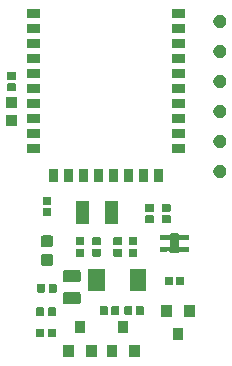
<source format=gbr>
G04 #@! TF.GenerationSoftware,KiCad,Pcbnew,(5.1.2-1)-1*
G04 #@! TF.CreationDate,2021-09-12T15:45:30+02:00*
G04 #@! TF.ProjectId,parasite,70617261-7369-4746-952e-6b696361645f,1.2.0*
G04 #@! TF.SameCoordinates,Original*
G04 #@! TF.FileFunction,Soldermask,Top*
G04 #@! TF.FilePolarity,Negative*
%FSLAX46Y46*%
G04 Gerber Fmt 4.6, Leading zero omitted, Abs format (unit mm)*
G04 Created by KiCad (PCBNEW (5.1.2-1)-1) date 2021-09-12 15:45:30*
%MOMM*%
%LPD*%
G04 APERTURE LIST*
%ADD10C,0.100000*%
G04 APERTURE END LIST*
D10*
G36*
X69851000Y-60201000D02*
G01*
X68949000Y-60201000D01*
X68949000Y-59199000D01*
X69851000Y-59199000D01*
X69851000Y-60201000D01*
X69851000Y-60201000D01*
G37*
G36*
X67951000Y-60201000D02*
G01*
X67049000Y-60201000D01*
X67049000Y-59199000D01*
X67951000Y-59199000D01*
X67951000Y-60201000D01*
X67951000Y-60201000D01*
G37*
G36*
X66201000Y-60201000D02*
G01*
X65299000Y-60201000D01*
X65299000Y-59199000D01*
X66201000Y-59199000D01*
X66201000Y-60201000D01*
X66201000Y-60201000D01*
G37*
G36*
X64301000Y-60201000D02*
G01*
X63399000Y-60201000D01*
X63399000Y-59199000D01*
X64301000Y-59199000D01*
X64301000Y-60201000D01*
X64301000Y-60201000D01*
G37*
G36*
X73551000Y-58801000D02*
G01*
X72649000Y-58801000D01*
X72649000Y-57799000D01*
X73551000Y-57799000D01*
X73551000Y-58801000D01*
X73551000Y-58801000D01*
G37*
G36*
X62656938Y-57831716D02*
G01*
X62677557Y-57837971D01*
X62696553Y-57848124D01*
X62713208Y-57861792D01*
X62726876Y-57878447D01*
X62737029Y-57897443D01*
X62743284Y-57918062D01*
X62746000Y-57945640D01*
X62746000Y-58454360D01*
X62743284Y-58481938D01*
X62737029Y-58502557D01*
X62726876Y-58521553D01*
X62713208Y-58538208D01*
X62696553Y-58551876D01*
X62677557Y-58562029D01*
X62656938Y-58568284D01*
X62629360Y-58571000D01*
X62170640Y-58571000D01*
X62143062Y-58568284D01*
X62122443Y-58562029D01*
X62103447Y-58551876D01*
X62086792Y-58538208D01*
X62073124Y-58521553D01*
X62062971Y-58502557D01*
X62056716Y-58481938D01*
X62054000Y-58454360D01*
X62054000Y-57945640D01*
X62056716Y-57918062D01*
X62062971Y-57897443D01*
X62073124Y-57878447D01*
X62086792Y-57861792D01*
X62103447Y-57848124D01*
X62122443Y-57837971D01*
X62143062Y-57831716D01*
X62170640Y-57829000D01*
X62629360Y-57829000D01*
X62656938Y-57831716D01*
X62656938Y-57831716D01*
G37*
G36*
X61686938Y-57831716D02*
G01*
X61707557Y-57837971D01*
X61726553Y-57848124D01*
X61743208Y-57861792D01*
X61756876Y-57878447D01*
X61767029Y-57897443D01*
X61773284Y-57918062D01*
X61776000Y-57945640D01*
X61776000Y-58454360D01*
X61773284Y-58481938D01*
X61767029Y-58502557D01*
X61756876Y-58521553D01*
X61743208Y-58538208D01*
X61726553Y-58551876D01*
X61707557Y-58562029D01*
X61686938Y-58568284D01*
X61659360Y-58571000D01*
X61200640Y-58571000D01*
X61173062Y-58568284D01*
X61152443Y-58562029D01*
X61133447Y-58551876D01*
X61116792Y-58538208D01*
X61103124Y-58521553D01*
X61092971Y-58502557D01*
X61086716Y-58481938D01*
X61084000Y-58454360D01*
X61084000Y-57945640D01*
X61086716Y-57918062D01*
X61092971Y-57897443D01*
X61103124Y-57878447D01*
X61116792Y-57861792D01*
X61133447Y-57848124D01*
X61152443Y-57837971D01*
X61173062Y-57831716D01*
X61200640Y-57829000D01*
X61659360Y-57829000D01*
X61686938Y-57831716D01*
X61686938Y-57831716D01*
G37*
G36*
X65251000Y-58201000D02*
G01*
X64349000Y-58201000D01*
X64349000Y-57199000D01*
X65251000Y-57199000D01*
X65251000Y-58201000D01*
X65251000Y-58201000D01*
G37*
G36*
X68901000Y-58201000D02*
G01*
X67999000Y-58201000D01*
X67999000Y-57199000D01*
X68901000Y-57199000D01*
X68901000Y-58201000D01*
X68901000Y-58201000D01*
G37*
G36*
X74501000Y-56801000D02*
G01*
X73599000Y-56801000D01*
X73599000Y-55799000D01*
X74501000Y-55799000D01*
X74501000Y-56801000D01*
X74501000Y-56801000D01*
G37*
G36*
X72601000Y-56801000D02*
G01*
X71699000Y-56801000D01*
X71699000Y-55799000D01*
X72601000Y-55799000D01*
X72601000Y-56801000D01*
X72601000Y-56801000D01*
G37*
G36*
X62656938Y-56031716D02*
G01*
X62677557Y-56037971D01*
X62696553Y-56048124D01*
X62713208Y-56061792D01*
X62726876Y-56078447D01*
X62737029Y-56097443D01*
X62743284Y-56118062D01*
X62746000Y-56145640D01*
X62746000Y-56654360D01*
X62743284Y-56681938D01*
X62737029Y-56702557D01*
X62726876Y-56721553D01*
X62713208Y-56738208D01*
X62696553Y-56751876D01*
X62677557Y-56762029D01*
X62656938Y-56768284D01*
X62629360Y-56771000D01*
X62170640Y-56771000D01*
X62143062Y-56768284D01*
X62122443Y-56762029D01*
X62103447Y-56751876D01*
X62086792Y-56738208D01*
X62073124Y-56721553D01*
X62062971Y-56702557D01*
X62056716Y-56681938D01*
X62054000Y-56654360D01*
X62054000Y-56145640D01*
X62056716Y-56118062D01*
X62062971Y-56097443D01*
X62073124Y-56078447D01*
X62086792Y-56061792D01*
X62103447Y-56048124D01*
X62122443Y-56037971D01*
X62143062Y-56031716D01*
X62170640Y-56029000D01*
X62629360Y-56029000D01*
X62656938Y-56031716D01*
X62656938Y-56031716D01*
G37*
G36*
X61686938Y-56031716D02*
G01*
X61707557Y-56037971D01*
X61726553Y-56048124D01*
X61743208Y-56061792D01*
X61756876Y-56078447D01*
X61767029Y-56097443D01*
X61773284Y-56118062D01*
X61776000Y-56145640D01*
X61776000Y-56654360D01*
X61773284Y-56681938D01*
X61767029Y-56702557D01*
X61756876Y-56721553D01*
X61743208Y-56738208D01*
X61726553Y-56751876D01*
X61707557Y-56762029D01*
X61686938Y-56768284D01*
X61659360Y-56771000D01*
X61200640Y-56771000D01*
X61173062Y-56768284D01*
X61152443Y-56762029D01*
X61133447Y-56751876D01*
X61116792Y-56738208D01*
X61103124Y-56721553D01*
X61092971Y-56702557D01*
X61086716Y-56681938D01*
X61084000Y-56654360D01*
X61084000Y-56145640D01*
X61086716Y-56118062D01*
X61092971Y-56097443D01*
X61103124Y-56078447D01*
X61116792Y-56061792D01*
X61133447Y-56048124D01*
X61152443Y-56037971D01*
X61173062Y-56031716D01*
X61200640Y-56029000D01*
X61659360Y-56029000D01*
X61686938Y-56031716D01*
X61686938Y-56031716D01*
G37*
G36*
X70126938Y-55931716D02*
G01*
X70147557Y-55937971D01*
X70166553Y-55948124D01*
X70183208Y-55961792D01*
X70196876Y-55978447D01*
X70207029Y-55997443D01*
X70213284Y-56018062D01*
X70216000Y-56045640D01*
X70216000Y-56554360D01*
X70213284Y-56581938D01*
X70207029Y-56602557D01*
X70196876Y-56621553D01*
X70183208Y-56638208D01*
X70166553Y-56651876D01*
X70147557Y-56662029D01*
X70126938Y-56668284D01*
X70099360Y-56671000D01*
X69640640Y-56671000D01*
X69613062Y-56668284D01*
X69592443Y-56662029D01*
X69573447Y-56651876D01*
X69556792Y-56638208D01*
X69543124Y-56621553D01*
X69532971Y-56602557D01*
X69526716Y-56581938D01*
X69524000Y-56554360D01*
X69524000Y-56045640D01*
X69526716Y-56018062D01*
X69532971Y-55997443D01*
X69543124Y-55978447D01*
X69556792Y-55961792D01*
X69573447Y-55948124D01*
X69592443Y-55937971D01*
X69613062Y-55931716D01*
X69640640Y-55929000D01*
X70099360Y-55929000D01*
X70126938Y-55931716D01*
X70126938Y-55931716D01*
G37*
G36*
X69156938Y-55931716D02*
G01*
X69177557Y-55937971D01*
X69196553Y-55948124D01*
X69213208Y-55961792D01*
X69226876Y-55978447D01*
X69237029Y-55997443D01*
X69243284Y-56018062D01*
X69246000Y-56045640D01*
X69246000Y-56554360D01*
X69243284Y-56581938D01*
X69237029Y-56602557D01*
X69226876Y-56621553D01*
X69213208Y-56638208D01*
X69196553Y-56651876D01*
X69177557Y-56662029D01*
X69156938Y-56668284D01*
X69129360Y-56671000D01*
X68670640Y-56671000D01*
X68643062Y-56668284D01*
X68622443Y-56662029D01*
X68603447Y-56651876D01*
X68586792Y-56638208D01*
X68573124Y-56621553D01*
X68562971Y-56602557D01*
X68556716Y-56581938D01*
X68554000Y-56554360D01*
X68554000Y-56045640D01*
X68556716Y-56018062D01*
X68562971Y-55997443D01*
X68573124Y-55978447D01*
X68586792Y-55961792D01*
X68603447Y-55948124D01*
X68622443Y-55937971D01*
X68643062Y-55931716D01*
X68670640Y-55929000D01*
X69129360Y-55929000D01*
X69156938Y-55931716D01*
X69156938Y-55931716D01*
G37*
G36*
X68041938Y-55931716D02*
G01*
X68062557Y-55937971D01*
X68081553Y-55948124D01*
X68098208Y-55961792D01*
X68111876Y-55978447D01*
X68122029Y-55997443D01*
X68128284Y-56018062D01*
X68131000Y-56045640D01*
X68131000Y-56554360D01*
X68128284Y-56581938D01*
X68122029Y-56602557D01*
X68111876Y-56621553D01*
X68098208Y-56638208D01*
X68081553Y-56651876D01*
X68062557Y-56662029D01*
X68041938Y-56668284D01*
X68014360Y-56671000D01*
X67555640Y-56671000D01*
X67528062Y-56668284D01*
X67507443Y-56662029D01*
X67488447Y-56651876D01*
X67471792Y-56638208D01*
X67458124Y-56621553D01*
X67447971Y-56602557D01*
X67441716Y-56581938D01*
X67439000Y-56554360D01*
X67439000Y-56045640D01*
X67441716Y-56018062D01*
X67447971Y-55997443D01*
X67458124Y-55978447D01*
X67471792Y-55961792D01*
X67488447Y-55948124D01*
X67507443Y-55937971D01*
X67528062Y-55931716D01*
X67555640Y-55929000D01*
X68014360Y-55929000D01*
X68041938Y-55931716D01*
X68041938Y-55931716D01*
G37*
G36*
X67071938Y-55931716D02*
G01*
X67092557Y-55937971D01*
X67111553Y-55948124D01*
X67128208Y-55961792D01*
X67141876Y-55978447D01*
X67152029Y-55997443D01*
X67158284Y-56018062D01*
X67161000Y-56045640D01*
X67161000Y-56554360D01*
X67158284Y-56581938D01*
X67152029Y-56602557D01*
X67141876Y-56621553D01*
X67128208Y-56638208D01*
X67111553Y-56651876D01*
X67092557Y-56662029D01*
X67071938Y-56668284D01*
X67044360Y-56671000D01*
X66585640Y-56671000D01*
X66558062Y-56668284D01*
X66537443Y-56662029D01*
X66518447Y-56651876D01*
X66501792Y-56638208D01*
X66488124Y-56621553D01*
X66477971Y-56602557D01*
X66471716Y-56581938D01*
X66469000Y-56554360D01*
X66469000Y-56045640D01*
X66471716Y-56018062D01*
X66477971Y-55997443D01*
X66488124Y-55978447D01*
X66501792Y-55961792D01*
X66518447Y-55948124D01*
X66537443Y-55937971D01*
X66558062Y-55931716D01*
X66585640Y-55929000D01*
X67044360Y-55929000D01*
X67071938Y-55931716D01*
X67071938Y-55931716D01*
G37*
G36*
X64684468Y-54703565D02*
G01*
X64723138Y-54715296D01*
X64758777Y-54734346D01*
X64790017Y-54759983D01*
X64815654Y-54791223D01*
X64834704Y-54826862D01*
X64846435Y-54865532D01*
X64851000Y-54911888D01*
X64851000Y-55563112D01*
X64846435Y-55609468D01*
X64834704Y-55648138D01*
X64815654Y-55683777D01*
X64790017Y-55715017D01*
X64758777Y-55740654D01*
X64723138Y-55759704D01*
X64684468Y-55771435D01*
X64638112Y-55776000D01*
X63561888Y-55776000D01*
X63515532Y-55771435D01*
X63476862Y-55759704D01*
X63441223Y-55740654D01*
X63409983Y-55715017D01*
X63384346Y-55683777D01*
X63365296Y-55648138D01*
X63353565Y-55609468D01*
X63349000Y-55563112D01*
X63349000Y-54911888D01*
X63353565Y-54865532D01*
X63365296Y-54826862D01*
X63384346Y-54791223D01*
X63409983Y-54759983D01*
X63441223Y-54734346D01*
X63476862Y-54715296D01*
X63515532Y-54703565D01*
X63561888Y-54699000D01*
X64638112Y-54699000D01*
X64684468Y-54703565D01*
X64684468Y-54703565D01*
G37*
G36*
X62741938Y-54031716D02*
G01*
X62762557Y-54037971D01*
X62781553Y-54048124D01*
X62798208Y-54061792D01*
X62811876Y-54078447D01*
X62822029Y-54097443D01*
X62828284Y-54118062D01*
X62831000Y-54145640D01*
X62831000Y-54654360D01*
X62828284Y-54681938D01*
X62822029Y-54702557D01*
X62811876Y-54721553D01*
X62798208Y-54738208D01*
X62781553Y-54751876D01*
X62762557Y-54762029D01*
X62741938Y-54768284D01*
X62714360Y-54771000D01*
X62255640Y-54771000D01*
X62228062Y-54768284D01*
X62207443Y-54762029D01*
X62188447Y-54751876D01*
X62171792Y-54738208D01*
X62158124Y-54721553D01*
X62147971Y-54702557D01*
X62141716Y-54681938D01*
X62139000Y-54654360D01*
X62139000Y-54145640D01*
X62141716Y-54118062D01*
X62147971Y-54097443D01*
X62158124Y-54078447D01*
X62171792Y-54061792D01*
X62188447Y-54048124D01*
X62207443Y-54037971D01*
X62228062Y-54031716D01*
X62255640Y-54029000D01*
X62714360Y-54029000D01*
X62741938Y-54031716D01*
X62741938Y-54031716D01*
G37*
G36*
X61771938Y-54031716D02*
G01*
X61792557Y-54037971D01*
X61811553Y-54048124D01*
X61828208Y-54061792D01*
X61841876Y-54078447D01*
X61852029Y-54097443D01*
X61858284Y-54118062D01*
X61861000Y-54145640D01*
X61861000Y-54654360D01*
X61858284Y-54681938D01*
X61852029Y-54702557D01*
X61841876Y-54721553D01*
X61828208Y-54738208D01*
X61811553Y-54751876D01*
X61792557Y-54762029D01*
X61771938Y-54768284D01*
X61744360Y-54771000D01*
X61285640Y-54771000D01*
X61258062Y-54768284D01*
X61237443Y-54762029D01*
X61218447Y-54751876D01*
X61201792Y-54738208D01*
X61188124Y-54721553D01*
X61177971Y-54702557D01*
X61171716Y-54681938D01*
X61169000Y-54654360D01*
X61169000Y-54145640D01*
X61171716Y-54118062D01*
X61177971Y-54097443D01*
X61188124Y-54078447D01*
X61201792Y-54061792D01*
X61218447Y-54048124D01*
X61237443Y-54037971D01*
X61258062Y-54031716D01*
X61285640Y-54029000D01*
X61744360Y-54029000D01*
X61771938Y-54031716D01*
X61771938Y-54031716D01*
G37*
G36*
X70401000Y-54601000D02*
G01*
X68999000Y-54601000D01*
X68999000Y-52799000D01*
X70401000Y-52799000D01*
X70401000Y-54601000D01*
X70401000Y-54601000D01*
G37*
G36*
X66901000Y-54601000D02*
G01*
X65499000Y-54601000D01*
X65499000Y-52799000D01*
X66901000Y-52799000D01*
X66901000Y-54601000D01*
X66901000Y-54601000D01*
G37*
G36*
X72586938Y-53431716D02*
G01*
X72607557Y-53437971D01*
X72626553Y-53448124D01*
X72643208Y-53461792D01*
X72656876Y-53478447D01*
X72667029Y-53497443D01*
X72673284Y-53518062D01*
X72676000Y-53545640D01*
X72676000Y-54054360D01*
X72673284Y-54081938D01*
X72667029Y-54102557D01*
X72656876Y-54121553D01*
X72643208Y-54138208D01*
X72626553Y-54151876D01*
X72607557Y-54162029D01*
X72586938Y-54168284D01*
X72559360Y-54171000D01*
X72100640Y-54171000D01*
X72073062Y-54168284D01*
X72052443Y-54162029D01*
X72033447Y-54151876D01*
X72016792Y-54138208D01*
X72003124Y-54121553D01*
X71992971Y-54102557D01*
X71986716Y-54081938D01*
X71984000Y-54054360D01*
X71984000Y-53545640D01*
X71986716Y-53518062D01*
X71992971Y-53497443D01*
X72003124Y-53478447D01*
X72016792Y-53461792D01*
X72033447Y-53448124D01*
X72052443Y-53437971D01*
X72073062Y-53431716D01*
X72100640Y-53429000D01*
X72559360Y-53429000D01*
X72586938Y-53431716D01*
X72586938Y-53431716D01*
G37*
G36*
X73556938Y-53431716D02*
G01*
X73577557Y-53437971D01*
X73596553Y-53448124D01*
X73613208Y-53461792D01*
X73626876Y-53478447D01*
X73637029Y-53497443D01*
X73643284Y-53518062D01*
X73646000Y-53545640D01*
X73646000Y-54054360D01*
X73643284Y-54081938D01*
X73637029Y-54102557D01*
X73626876Y-54121553D01*
X73613208Y-54138208D01*
X73596553Y-54151876D01*
X73577557Y-54162029D01*
X73556938Y-54168284D01*
X73529360Y-54171000D01*
X73070640Y-54171000D01*
X73043062Y-54168284D01*
X73022443Y-54162029D01*
X73003447Y-54151876D01*
X72986792Y-54138208D01*
X72973124Y-54121553D01*
X72962971Y-54102557D01*
X72956716Y-54081938D01*
X72954000Y-54054360D01*
X72954000Y-53545640D01*
X72956716Y-53518062D01*
X72962971Y-53497443D01*
X72973124Y-53478447D01*
X72986792Y-53461792D01*
X73003447Y-53448124D01*
X73022443Y-53437971D01*
X73043062Y-53431716D01*
X73070640Y-53429000D01*
X73529360Y-53429000D01*
X73556938Y-53431716D01*
X73556938Y-53431716D01*
G37*
G36*
X64684468Y-52828565D02*
G01*
X64723138Y-52840296D01*
X64758777Y-52859346D01*
X64790017Y-52884983D01*
X64815654Y-52916223D01*
X64834704Y-52951862D01*
X64846435Y-52990532D01*
X64851000Y-53036888D01*
X64851000Y-53688112D01*
X64846435Y-53734468D01*
X64834704Y-53773138D01*
X64815654Y-53808777D01*
X64790017Y-53840017D01*
X64758777Y-53865654D01*
X64723138Y-53884704D01*
X64684468Y-53896435D01*
X64638112Y-53901000D01*
X63561888Y-53901000D01*
X63515532Y-53896435D01*
X63476862Y-53884704D01*
X63441223Y-53865654D01*
X63409983Y-53840017D01*
X63384346Y-53808777D01*
X63365296Y-53773138D01*
X63353565Y-53734468D01*
X63349000Y-53688112D01*
X63349000Y-53036888D01*
X63353565Y-52990532D01*
X63365296Y-52951862D01*
X63384346Y-52916223D01*
X63409983Y-52884983D01*
X63441223Y-52859346D01*
X63476862Y-52840296D01*
X63515532Y-52828565D01*
X63561888Y-52824000D01*
X64638112Y-52824000D01*
X64684468Y-52828565D01*
X64684468Y-52828565D01*
G37*
G36*
X62379591Y-51515585D02*
G01*
X62413569Y-51525893D01*
X62444890Y-51542634D01*
X62472339Y-51565161D01*
X62494866Y-51592610D01*
X62511607Y-51623931D01*
X62521915Y-51657909D01*
X62526000Y-51699390D01*
X62526000Y-52300610D01*
X62521915Y-52342091D01*
X62511607Y-52376069D01*
X62494866Y-52407390D01*
X62472339Y-52434839D01*
X62444890Y-52457366D01*
X62413569Y-52474107D01*
X62379591Y-52484415D01*
X62338110Y-52488500D01*
X61661890Y-52488500D01*
X61620409Y-52484415D01*
X61586431Y-52474107D01*
X61555110Y-52457366D01*
X61527661Y-52434839D01*
X61505134Y-52407390D01*
X61488393Y-52376069D01*
X61478085Y-52342091D01*
X61474000Y-52300610D01*
X61474000Y-51699390D01*
X61478085Y-51657909D01*
X61488393Y-51623931D01*
X61505134Y-51592610D01*
X61527661Y-51565161D01*
X61555110Y-51542634D01*
X61586431Y-51525893D01*
X61620409Y-51515585D01*
X61661890Y-51511500D01*
X62338110Y-51511500D01*
X62379591Y-51515585D01*
X62379591Y-51515585D01*
G37*
G36*
X69581938Y-51056716D02*
G01*
X69602557Y-51062971D01*
X69621553Y-51073124D01*
X69638208Y-51086792D01*
X69651876Y-51103447D01*
X69662029Y-51122443D01*
X69668284Y-51143062D01*
X69671000Y-51170640D01*
X69671000Y-51629360D01*
X69668284Y-51656938D01*
X69662029Y-51677557D01*
X69651876Y-51696553D01*
X69638208Y-51713208D01*
X69621553Y-51726876D01*
X69602557Y-51737029D01*
X69581938Y-51743284D01*
X69554360Y-51746000D01*
X69045640Y-51746000D01*
X69018062Y-51743284D01*
X68997443Y-51737029D01*
X68978447Y-51726876D01*
X68961792Y-51713208D01*
X68948124Y-51696553D01*
X68937971Y-51677557D01*
X68931716Y-51656938D01*
X68929000Y-51629360D01*
X68929000Y-51170640D01*
X68931716Y-51143062D01*
X68937971Y-51122443D01*
X68948124Y-51103447D01*
X68961792Y-51086792D01*
X68978447Y-51073124D01*
X68997443Y-51062971D01*
X69018062Y-51056716D01*
X69045640Y-51054000D01*
X69554360Y-51054000D01*
X69581938Y-51056716D01*
X69581938Y-51056716D01*
G37*
G36*
X68281938Y-51056716D02*
G01*
X68302557Y-51062971D01*
X68321553Y-51073124D01*
X68338208Y-51086792D01*
X68351876Y-51103447D01*
X68362029Y-51122443D01*
X68368284Y-51143062D01*
X68371000Y-51170640D01*
X68371000Y-51629360D01*
X68368284Y-51656938D01*
X68362029Y-51677557D01*
X68351876Y-51696553D01*
X68338208Y-51713208D01*
X68321553Y-51726876D01*
X68302557Y-51737029D01*
X68281938Y-51743284D01*
X68254360Y-51746000D01*
X67745640Y-51746000D01*
X67718062Y-51743284D01*
X67697443Y-51737029D01*
X67678447Y-51726876D01*
X67661792Y-51713208D01*
X67648124Y-51696553D01*
X67637971Y-51677557D01*
X67631716Y-51656938D01*
X67629000Y-51629360D01*
X67629000Y-51170640D01*
X67631716Y-51143062D01*
X67637971Y-51122443D01*
X67648124Y-51103447D01*
X67661792Y-51086792D01*
X67678447Y-51073124D01*
X67697443Y-51062971D01*
X67718062Y-51056716D01*
X67745640Y-51054000D01*
X68254360Y-51054000D01*
X68281938Y-51056716D01*
X68281938Y-51056716D01*
G37*
G36*
X66481938Y-51056716D02*
G01*
X66502557Y-51062971D01*
X66521553Y-51073124D01*
X66538208Y-51086792D01*
X66551876Y-51103447D01*
X66562029Y-51122443D01*
X66568284Y-51143062D01*
X66571000Y-51170640D01*
X66571000Y-51629360D01*
X66568284Y-51656938D01*
X66562029Y-51677557D01*
X66551876Y-51696553D01*
X66538208Y-51713208D01*
X66521553Y-51726876D01*
X66502557Y-51737029D01*
X66481938Y-51743284D01*
X66454360Y-51746000D01*
X65945640Y-51746000D01*
X65918062Y-51743284D01*
X65897443Y-51737029D01*
X65878447Y-51726876D01*
X65861792Y-51713208D01*
X65848124Y-51696553D01*
X65837971Y-51677557D01*
X65831716Y-51656938D01*
X65829000Y-51629360D01*
X65829000Y-51170640D01*
X65831716Y-51143062D01*
X65837971Y-51122443D01*
X65848124Y-51103447D01*
X65861792Y-51086792D01*
X65878447Y-51073124D01*
X65897443Y-51062971D01*
X65918062Y-51056716D01*
X65945640Y-51054000D01*
X66454360Y-51054000D01*
X66481938Y-51056716D01*
X66481938Y-51056716D01*
G37*
G36*
X65081938Y-51056716D02*
G01*
X65102557Y-51062971D01*
X65121553Y-51073124D01*
X65138208Y-51086792D01*
X65151876Y-51103447D01*
X65162029Y-51122443D01*
X65168284Y-51143062D01*
X65171000Y-51170640D01*
X65171000Y-51629360D01*
X65168284Y-51656938D01*
X65162029Y-51677557D01*
X65151876Y-51696553D01*
X65138208Y-51713208D01*
X65121553Y-51726876D01*
X65102557Y-51737029D01*
X65081938Y-51743284D01*
X65054360Y-51746000D01*
X64545640Y-51746000D01*
X64518062Y-51743284D01*
X64497443Y-51737029D01*
X64478447Y-51726876D01*
X64461792Y-51713208D01*
X64448124Y-51696553D01*
X64437971Y-51677557D01*
X64431716Y-51656938D01*
X64429000Y-51629360D01*
X64429000Y-51170640D01*
X64431716Y-51143062D01*
X64437971Y-51122443D01*
X64448124Y-51103447D01*
X64461792Y-51086792D01*
X64478447Y-51073124D01*
X64497443Y-51062971D01*
X64518062Y-51056716D01*
X64545640Y-51054000D01*
X65054360Y-51054000D01*
X65081938Y-51056716D01*
X65081938Y-51056716D01*
G37*
G36*
X73089802Y-49752244D02*
G01*
X73115579Y-49760064D01*
X73139333Y-49772761D01*
X73160153Y-49789847D01*
X73177239Y-49810667D01*
X73189936Y-49834422D01*
X73194717Y-49850180D01*
X73204095Y-49872819D01*
X73217709Y-49893193D01*
X73235037Y-49910519D01*
X73255412Y-49924133D01*
X73278051Y-49933509D01*
X73302084Y-49938289D01*
X73326588Y-49938289D01*
X73350621Y-49933508D01*
X73373260Y-49924130D01*
X73393634Y-49910516D01*
X73410959Y-49893190D01*
X73414219Y-49889217D01*
X73421776Y-49883016D01*
X73430405Y-49878403D01*
X73439768Y-49875563D01*
X73455640Y-49874000D01*
X73994360Y-49874000D01*
X74010232Y-49875563D01*
X74019595Y-49878403D01*
X74028224Y-49883016D01*
X74035782Y-49889218D01*
X74041984Y-49896776D01*
X74046597Y-49905405D01*
X74049437Y-49914768D01*
X74051000Y-49930640D01*
X74051000Y-50269360D01*
X74049437Y-50285232D01*
X74046597Y-50294595D01*
X74041984Y-50303224D01*
X74035782Y-50310782D01*
X74028224Y-50316984D01*
X74019595Y-50321597D01*
X74010232Y-50324437D01*
X73994360Y-50326000D01*
X73455640Y-50326000D01*
X73439768Y-50324437D01*
X73430405Y-50321597D01*
X73421779Y-50316986D01*
X73405296Y-50303459D01*
X73384921Y-50289846D01*
X73362282Y-50280469D01*
X73338249Y-50275689D01*
X73313745Y-50275689D01*
X73289711Y-50280470D01*
X73267073Y-50289848D01*
X73246699Y-50303462D01*
X73229372Y-50320789D01*
X73215759Y-50341164D01*
X73206382Y-50363803D01*
X73201000Y-50400086D01*
X73201000Y-50799914D01*
X73203402Y-50824300D01*
X73210515Y-50847749D01*
X73222066Y-50869360D01*
X73237611Y-50888302D01*
X73256553Y-50903847D01*
X73278164Y-50915398D01*
X73301613Y-50922511D01*
X73325999Y-50924913D01*
X73350385Y-50922511D01*
X73373834Y-50915398D01*
X73405296Y-50896541D01*
X73421779Y-50883014D01*
X73430405Y-50878403D01*
X73439768Y-50875563D01*
X73455640Y-50874000D01*
X73994360Y-50874000D01*
X74010232Y-50875563D01*
X74019595Y-50878403D01*
X74028224Y-50883016D01*
X74035782Y-50889218D01*
X74041984Y-50896776D01*
X74046597Y-50905405D01*
X74049437Y-50914768D01*
X74051000Y-50930640D01*
X74051000Y-51269360D01*
X74049437Y-51285232D01*
X74046597Y-51294595D01*
X74041984Y-51303224D01*
X74035782Y-51310782D01*
X74028224Y-51316984D01*
X74019595Y-51321597D01*
X74010232Y-51324437D01*
X73994360Y-51326000D01*
X73455640Y-51326000D01*
X73439768Y-51324437D01*
X73430405Y-51321597D01*
X73421776Y-51316984D01*
X73414219Y-51310783D01*
X73410959Y-51306810D01*
X73393632Y-51289483D01*
X73373258Y-51275869D01*
X73350619Y-51266492D01*
X73326586Y-51261711D01*
X73302082Y-51261711D01*
X73278048Y-51266491D01*
X73255410Y-51275868D01*
X73235035Y-51289482D01*
X73217708Y-51306809D01*
X73204094Y-51327183D01*
X73194717Y-51349820D01*
X73189936Y-51365578D01*
X73177239Y-51389333D01*
X73160153Y-51410153D01*
X73139333Y-51427239D01*
X73115579Y-51439936D01*
X73089802Y-51447756D01*
X73056862Y-51451000D01*
X72543138Y-51451000D01*
X72510198Y-51447756D01*
X72484421Y-51439936D01*
X72460667Y-51427239D01*
X72439847Y-51410153D01*
X72422761Y-51389333D01*
X72410064Y-51365578D01*
X72405283Y-51349820D01*
X72395905Y-51327181D01*
X72382291Y-51306807D01*
X72364963Y-51289481D01*
X72344588Y-51275867D01*
X72321949Y-51266491D01*
X72297916Y-51261711D01*
X72273412Y-51261711D01*
X72249379Y-51266492D01*
X72226740Y-51275870D01*
X72206366Y-51289484D01*
X72189041Y-51306810D01*
X72185781Y-51310783D01*
X72178224Y-51316984D01*
X72169595Y-51321597D01*
X72160232Y-51324437D01*
X72144360Y-51326000D01*
X71605640Y-51326000D01*
X71589768Y-51324437D01*
X71580405Y-51321597D01*
X71571776Y-51316984D01*
X71564218Y-51310782D01*
X71558016Y-51303224D01*
X71553403Y-51294595D01*
X71550563Y-51285232D01*
X71549000Y-51269360D01*
X71549000Y-50930640D01*
X71550563Y-50914768D01*
X71553403Y-50905405D01*
X71558016Y-50896776D01*
X71564218Y-50889218D01*
X71571776Y-50883016D01*
X71580405Y-50878403D01*
X71589768Y-50875563D01*
X71605640Y-50874000D01*
X72144360Y-50874000D01*
X72160232Y-50875563D01*
X72169595Y-50878403D01*
X72178221Y-50883014D01*
X72194704Y-50896541D01*
X72215079Y-50910154D01*
X72237718Y-50919531D01*
X72261751Y-50924311D01*
X72286255Y-50924311D01*
X72310289Y-50919530D01*
X72332927Y-50910152D01*
X72353301Y-50896538D01*
X72370628Y-50879211D01*
X72384241Y-50858836D01*
X72393618Y-50836197D01*
X72399000Y-50799914D01*
X72399000Y-50400086D01*
X72396598Y-50375700D01*
X72389485Y-50352251D01*
X72377934Y-50330640D01*
X72362389Y-50311698D01*
X72343447Y-50296153D01*
X72321836Y-50284602D01*
X72298387Y-50277489D01*
X72274001Y-50275087D01*
X72249615Y-50277489D01*
X72226166Y-50284602D01*
X72194704Y-50303459D01*
X72178221Y-50316986D01*
X72169595Y-50321597D01*
X72160232Y-50324437D01*
X72144360Y-50326000D01*
X71605640Y-50326000D01*
X71589768Y-50324437D01*
X71580405Y-50321597D01*
X71571776Y-50316984D01*
X71564218Y-50310782D01*
X71558016Y-50303224D01*
X71553403Y-50294595D01*
X71550563Y-50285232D01*
X71549000Y-50269360D01*
X71549000Y-49930640D01*
X71550563Y-49914768D01*
X71553403Y-49905405D01*
X71558016Y-49896776D01*
X71564218Y-49889218D01*
X71571776Y-49883016D01*
X71580405Y-49878403D01*
X71589768Y-49875563D01*
X71605640Y-49874000D01*
X72144360Y-49874000D01*
X72160232Y-49875563D01*
X72169595Y-49878403D01*
X72178224Y-49883016D01*
X72185781Y-49889217D01*
X72189041Y-49893190D01*
X72206368Y-49910517D01*
X72226742Y-49924131D01*
X72249381Y-49933508D01*
X72273414Y-49938289D01*
X72297918Y-49938289D01*
X72321952Y-49933509D01*
X72344590Y-49924132D01*
X72364965Y-49910518D01*
X72382292Y-49893191D01*
X72395906Y-49872817D01*
X72405283Y-49850180D01*
X72410064Y-49834422D01*
X72422761Y-49810667D01*
X72439847Y-49789847D01*
X72460667Y-49772761D01*
X72484421Y-49760064D01*
X72510198Y-49752244D01*
X72543138Y-49749000D01*
X73056862Y-49749000D01*
X73089802Y-49752244D01*
X73089802Y-49752244D01*
G37*
G36*
X62379591Y-49940585D02*
G01*
X62413569Y-49950893D01*
X62444890Y-49967634D01*
X62472339Y-49990161D01*
X62494866Y-50017610D01*
X62511607Y-50048931D01*
X62521915Y-50082909D01*
X62526000Y-50124390D01*
X62526000Y-50725610D01*
X62521915Y-50767091D01*
X62511607Y-50801069D01*
X62494866Y-50832390D01*
X62472339Y-50859839D01*
X62444890Y-50882366D01*
X62413569Y-50899107D01*
X62379591Y-50909415D01*
X62338110Y-50913500D01*
X61661890Y-50913500D01*
X61620409Y-50909415D01*
X61586431Y-50899107D01*
X61555110Y-50882366D01*
X61527661Y-50859839D01*
X61505134Y-50832390D01*
X61488393Y-50801069D01*
X61478085Y-50767091D01*
X61474000Y-50725610D01*
X61474000Y-50124390D01*
X61478085Y-50082909D01*
X61488393Y-50048931D01*
X61505134Y-50017610D01*
X61527661Y-49990161D01*
X61555110Y-49967634D01*
X61586431Y-49950893D01*
X61620409Y-49940585D01*
X61661890Y-49936500D01*
X62338110Y-49936500D01*
X62379591Y-49940585D01*
X62379591Y-49940585D01*
G37*
G36*
X69581938Y-50086716D02*
G01*
X69602557Y-50092971D01*
X69621553Y-50103124D01*
X69638208Y-50116792D01*
X69651876Y-50133447D01*
X69662029Y-50152443D01*
X69668284Y-50173062D01*
X69671000Y-50200640D01*
X69671000Y-50659360D01*
X69668284Y-50686938D01*
X69662029Y-50707557D01*
X69651876Y-50726553D01*
X69638208Y-50743208D01*
X69621553Y-50756876D01*
X69602557Y-50767029D01*
X69581938Y-50773284D01*
X69554360Y-50776000D01*
X69045640Y-50776000D01*
X69018062Y-50773284D01*
X68997443Y-50767029D01*
X68978447Y-50756876D01*
X68961792Y-50743208D01*
X68948124Y-50726553D01*
X68937971Y-50707557D01*
X68931716Y-50686938D01*
X68929000Y-50659360D01*
X68929000Y-50200640D01*
X68931716Y-50173062D01*
X68937971Y-50152443D01*
X68948124Y-50133447D01*
X68961792Y-50116792D01*
X68978447Y-50103124D01*
X68997443Y-50092971D01*
X69018062Y-50086716D01*
X69045640Y-50084000D01*
X69554360Y-50084000D01*
X69581938Y-50086716D01*
X69581938Y-50086716D01*
G37*
G36*
X68281938Y-50086716D02*
G01*
X68302557Y-50092971D01*
X68321553Y-50103124D01*
X68338208Y-50116792D01*
X68351876Y-50133447D01*
X68362029Y-50152443D01*
X68368284Y-50173062D01*
X68371000Y-50200640D01*
X68371000Y-50659360D01*
X68368284Y-50686938D01*
X68362029Y-50707557D01*
X68351876Y-50726553D01*
X68338208Y-50743208D01*
X68321553Y-50756876D01*
X68302557Y-50767029D01*
X68281938Y-50773284D01*
X68254360Y-50776000D01*
X67745640Y-50776000D01*
X67718062Y-50773284D01*
X67697443Y-50767029D01*
X67678447Y-50756876D01*
X67661792Y-50743208D01*
X67648124Y-50726553D01*
X67637971Y-50707557D01*
X67631716Y-50686938D01*
X67629000Y-50659360D01*
X67629000Y-50200640D01*
X67631716Y-50173062D01*
X67637971Y-50152443D01*
X67648124Y-50133447D01*
X67661792Y-50116792D01*
X67678447Y-50103124D01*
X67697443Y-50092971D01*
X67718062Y-50086716D01*
X67745640Y-50084000D01*
X68254360Y-50084000D01*
X68281938Y-50086716D01*
X68281938Y-50086716D01*
G37*
G36*
X66481938Y-50086716D02*
G01*
X66502557Y-50092971D01*
X66521553Y-50103124D01*
X66538208Y-50116792D01*
X66551876Y-50133447D01*
X66562029Y-50152443D01*
X66568284Y-50173062D01*
X66571000Y-50200640D01*
X66571000Y-50659360D01*
X66568284Y-50686938D01*
X66562029Y-50707557D01*
X66551876Y-50726553D01*
X66538208Y-50743208D01*
X66521553Y-50756876D01*
X66502557Y-50767029D01*
X66481938Y-50773284D01*
X66454360Y-50776000D01*
X65945640Y-50776000D01*
X65918062Y-50773284D01*
X65897443Y-50767029D01*
X65878447Y-50756876D01*
X65861792Y-50743208D01*
X65848124Y-50726553D01*
X65837971Y-50707557D01*
X65831716Y-50686938D01*
X65829000Y-50659360D01*
X65829000Y-50200640D01*
X65831716Y-50173062D01*
X65837971Y-50152443D01*
X65848124Y-50133447D01*
X65861792Y-50116792D01*
X65878447Y-50103124D01*
X65897443Y-50092971D01*
X65918062Y-50086716D01*
X65945640Y-50084000D01*
X66454360Y-50084000D01*
X66481938Y-50086716D01*
X66481938Y-50086716D01*
G37*
G36*
X65081938Y-50086716D02*
G01*
X65102557Y-50092971D01*
X65121553Y-50103124D01*
X65138208Y-50116792D01*
X65151876Y-50133447D01*
X65162029Y-50152443D01*
X65168284Y-50173062D01*
X65171000Y-50200640D01*
X65171000Y-50659360D01*
X65168284Y-50686938D01*
X65162029Y-50707557D01*
X65151876Y-50726553D01*
X65138208Y-50743208D01*
X65121553Y-50756876D01*
X65102557Y-50767029D01*
X65081938Y-50773284D01*
X65054360Y-50776000D01*
X64545640Y-50776000D01*
X64518062Y-50773284D01*
X64497443Y-50767029D01*
X64478447Y-50756876D01*
X64461792Y-50743208D01*
X64448124Y-50726553D01*
X64437971Y-50707557D01*
X64431716Y-50686938D01*
X64429000Y-50659360D01*
X64429000Y-50200640D01*
X64431716Y-50173062D01*
X64437971Y-50152443D01*
X64448124Y-50133447D01*
X64461792Y-50116792D01*
X64478447Y-50103124D01*
X64497443Y-50092971D01*
X64518062Y-50086716D01*
X64545640Y-50084000D01*
X65054360Y-50084000D01*
X65081938Y-50086716D01*
X65081938Y-50086716D01*
G37*
G36*
X65551000Y-48951000D02*
G01*
X64449000Y-48951000D01*
X64449000Y-47049000D01*
X65551000Y-47049000D01*
X65551000Y-48951000D01*
X65551000Y-48951000D01*
G37*
G36*
X68051000Y-48951000D02*
G01*
X66949000Y-48951000D01*
X66949000Y-47049000D01*
X68051000Y-47049000D01*
X68051000Y-48951000D01*
X68051000Y-48951000D01*
G37*
G36*
X70981938Y-48226716D02*
G01*
X71002557Y-48232971D01*
X71021553Y-48243124D01*
X71038208Y-48256792D01*
X71051876Y-48273447D01*
X71062029Y-48292443D01*
X71068284Y-48313062D01*
X71071000Y-48340640D01*
X71071000Y-48799360D01*
X71068284Y-48826938D01*
X71062029Y-48847557D01*
X71051876Y-48866553D01*
X71038208Y-48883208D01*
X71021553Y-48896876D01*
X71002557Y-48907029D01*
X70981938Y-48913284D01*
X70954360Y-48916000D01*
X70445640Y-48916000D01*
X70418062Y-48913284D01*
X70397443Y-48907029D01*
X70378447Y-48896876D01*
X70361792Y-48883208D01*
X70348124Y-48866553D01*
X70337971Y-48847557D01*
X70331716Y-48826938D01*
X70329000Y-48799360D01*
X70329000Y-48340640D01*
X70331716Y-48313062D01*
X70337971Y-48292443D01*
X70348124Y-48273447D01*
X70361792Y-48256792D01*
X70378447Y-48243124D01*
X70397443Y-48232971D01*
X70418062Y-48226716D01*
X70445640Y-48224000D01*
X70954360Y-48224000D01*
X70981938Y-48226716D01*
X70981938Y-48226716D01*
G37*
G36*
X72381938Y-48226716D02*
G01*
X72402557Y-48232971D01*
X72421553Y-48243124D01*
X72438208Y-48256792D01*
X72451876Y-48273447D01*
X72462029Y-48292443D01*
X72468284Y-48313062D01*
X72471000Y-48340640D01*
X72471000Y-48799360D01*
X72468284Y-48826938D01*
X72462029Y-48847557D01*
X72451876Y-48866553D01*
X72438208Y-48883208D01*
X72421553Y-48896876D01*
X72402557Y-48907029D01*
X72381938Y-48913284D01*
X72354360Y-48916000D01*
X71845640Y-48916000D01*
X71818062Y-48913284D01*
X71797443Y-48907029D01*
X71778447Y-48896876D01*
X71761792Y-48883208D01*
X71748124Y-48866553D01*
X71737971Y-48847557D01*
X71731716Y-48826938D01*
X71729000Y-48799360D01*
X71729000Y-48340640D01*
X71731716Y-48313062D01*
X71737971Y-48292443D01*
X71748124Y-48273447D01*
X71761792Y-48256792D01*
X71778447Y-48243124D01*
X71797443Y-48232971D01*
X71818062Y-48226716D01*
X71845640Y-48224000D01*
X72354360Y-48224000D01*
X72381938Y-48226716D01*
X72381938Y-48226716D01*
G37*
G36*
X62281938Y-47626716D02*
G01*
X62302557Y-47632971D01*
X62321553Y-47643124D01*
X62338208Y-47656792D01*
X62351876Y-47673447D01*
X62362029Y-47692443D01*
X62368284Y-47713062D01*
X62371000Y-47740640D01*
X62371000Y-48199360D01*
X62368284Y-48226938D01*
X62362029Y-48247557D01*
X62351876Y-48266553D01*
X62338208Y-48283208D01*
X62321553Y-48296876D01*
X62302557Y-48307029D01*
X62281938Y-48313284D01*
X62254360Y-48316000D01*
X61745640Y-48316000D01*
X61718062Y-48313284D01*
X61697443Y-48307029D01*
X61678447Y-48296876D01*
X61661792Y-48283208D01*
X61648124Y-48266553D01*
X61637971Y-48247557D01*
X61631716Y-48226938D01*
X61629000Y-48199360D01*
X61629000Y-47740640D01*
X61631716Y-47713062D01*
X61637971Y-47692443D01*
X61648124Y-47673447D01*
X61661792Y-47656792D01*
X61678447Y-47643124D01*
X61697443Y-47632971D01*
X61718062Y-47626716D01*
X61745640Y-47624000D01*
X62254360Y-47624000D01*
X62281938Y-47626716D01*
X62281938Y-47626716D01*
G37*
G36*
X70981938Y-47256716D02*
G01*
X71002557Y-47262971D01*
X71021553Y-47273124D01*
X71038208Y-47286792D01*
X71051876Y-47303447D01*
X71062029Y-47322443D01*
X71068284Y-47343062D01*
X71071000Y-47370640D01*
X71071000Y-47829360D01*
X71068284Y-47856938D01*
X71062029Y-47877557D01*
X71051876Y-47896553D01*
X71038208Y-47913208D01*
X71021553Y-47926876D01*
X71002557Y-47937029D01*
X70981938Y-47943284D01*
X70954360Y-47946000D01*
X70445640Y-47946000D01*
X70418062Y-47943284D01*
X70397443Y-47937029D01*
X70378447Y-47926876D01*
X70361792Y-47913208D01*
X70348124Y-47896553D01*
X70337971Y-47877557D01*
X70331716Y-47856938D01*
X70329000Y-47829360D01*
X70329000Y-47370640D01*
X70331716Y-47343062D01*
X70337971Y-47322443D01*
X70348124Y-47303447D01*
X70361792Y-47286792D01*
X70378447Y-47273124D01*
X70397443Y-47262971D01*
X70418062Y-47256716D01*
X70445640Y-47254000D01*
X70954360Y-47254000D01*
X70981938Y-47256716D01*
X70981938Y-47256716D01*
G37*
G36*
X72381938Y-47256716D02*
G01*
X72402557Y-47262971D01*
X72421553Y-47273124D01*
X72438208Y-47286792D01*
X72451876Y-47303447D01*
X72462029Y-47322443D01*
X72468284Y-47343062D01*
X72471000Y-47370640D01*
X72471000Y-47829360D01*
X72468284Y-47856938D01*
X72462029Y-47877557D01*
X72451876Y-47896553D01*
X72438208Y-47913208D01*
X72421553Y-47926876D01*
X72402557Y-47937029D01*
X72381938Y-47943284D01*
X72354360Y-47946000D01*
X71845640Y-47946000D01*
X71818062Y-47943284D01*
X71797443Y-47937029D01*
X71778447Y-47926876D01*
X71761792Y-47913208D01*
X71748124Y-47896553D01*
X71737971Y-47877557D01*
X71731716Y-47856938D01*
X71729000Y-47829360D01*
X71729000Y-47370640D01*
X71731716Y-47343062D01*
X71737971Y-47322443D01*
X71748124Y-47303447D01*
X71761792Y-47286792D01*
X71778447Y-47273124D01*
X71797443Y-47262971D01*
X71818062Y-47256716D01*
X71845640Y-47254000D01*
X72354360Y-47254000D01*
X72381938Y-47256716D01*
X72381938Y-47256716D01*
G37*
G36*
X62281938Y-46656716D02*
G01*
X62302557Y-46662971D01*
X62321553Y-46673124D01*
X62338208Y-46686792D01*
X62351876Y-46703447D01*
X62362029Y-46722443D01*
X62368284Y-46743062D01*
X62371000Y-46770640D01*
X62371000Y-47229360D01*
X62368284Y-47256938D01*
X62362029Y-47277557D01*
X62351876Y-47296553D01*
X62338208Y-47313208D01*
X62321553Y-47326876D01*
X62302557Y-47337029D01*
X62281938Y-47343284D01*
X62254360Y-47346000D01*
X61745640Y-47346000D01*
X61718062Y-47343284D01*
X61697443Y-47337029D01*
X61678447Y-47326876D01*
X61661792Y-47313208D01*
X61648124Y-47296553D01*
X61637971Y-47277557D01*
X61631716Y-47256938D01*
X61629000Y-47229360D01*
X61629000Y-46770640D01*
X61631716Y-46743062D01*
X61637971Y-46722443D01*
X61648124Y-46703447D01*
X61661792Y-46686792D01*
X61678447Y-46673124D01*
X61697443Y-46662971D01*
X61718062Y-46656716D01*
X61745640Y-46654000D01*
X62254360Y-46654000D01*
X62281938Y-46656716D01*
X62281938Y-46656716D01*
G37*
G36*
X67986000Y-45370000D02*
G01*
X67234000Y-45370000D01*
X67234000Y-44268000D01*
X67986000Y-44268000D01*
X67986000Y-45370000D01*
X67986000Y-45370000D01*
G37*
G36*
X71796000Y-45370000D02*
G01*
X71044000Y-45370000D01*
X71044000Y-44268000D01*
X71796000Y-44268000D01*
X71796000Y-45370000D01*
X71796000Y-45370000D01*
G37*
G36*
X70526000Y-45370000D02*
G01*
X69774000Y-45370000D01*
X69774000Y-44268000D01*
X70526000Y-44268000D01*
X70526000Y-45370000D01*
X70526000Y-45370000D01*
G37*
G36*
X69256000Y-45370000D02*
G01*
X68504000Y-45370000D01*
X68504000Y-44268000D01*
X69256000Y-44268000D01*
X69256000Y-45370000D01*
X69256000Y-45370000D01*
G37*
G36*
X62906000Y-45370000D02*
G01*
X62154000Y-45370000D01*
X62154000Y-44268000D01*
X62906000Y-44268000D01*
X62906000Y-45370000D01*
X62906000Y-45370000D01*
G37*
G36*
X64176000Y-45370000D02*
G01*
X63424000Y-45370000D01*
X63424000Y-44268000D01*
X64176000Y-44268000D01*
X64176000Y-45370000D01*
X64176000Y-45370000D01*
G37*
G36*
X65446000Y-45370000D02*
G01*
X64694000Y-45370000D01*
X64694000Y-44268000D01*
X65446000Y-44268000D01*
X65446000Y-45370000D01*
X65446000Y-45370000D01*
G37*
G36*
X66716000Y-45370000D02*
G01*
X65964000Y-45370000D01*
X65964000Y-44268000D01*
X66716000Y-44268000D01*
X66716000Y-45370000D01*
X66716000Y-45370000D01*
G37*
G36*
X76800721Y-43970174D02*
G01*
X76900995Y-44011709D01*
X76900996Y-44011710D01*
X76991242Y-44072010D01*
X77067990Y-44148758D01*
X77067991Y-44148760D01*
X77128291Y-44239005D01*
X77169826Y-44339279D01*
X77191000Y-44445730D01*
X77191000Y-44554270D01*
X77169826Y-44660721D01*
X77128291Y-44760995D01*
X77128290Y-44760996D01*
X77067990Y-44851242D01*
X76991242Y-44927990D01*
X76945812Y-44958345D01*
X76900995Y-44988291D01*
X76800721Y-45029826D01*
X76694270Y-45051000D01*
X76585730Y-45051000D01*
X76479279Y-45029826D01*
X76379005Y-44988291D01*
X76334188Y-44958345D01*
X76288758Y-44927990D01*
X76212010Y-44851242D01*
X76151710Y-44760996D01*
X76151709Y-44760995D01*
X76110174Y-44660721D01*
X76089000Y-44554270D01*
X76089000Y-44445730D01*
X76110174Y-44339279D01*
X76151709Y-44239005D01*
X76212009Y-44148760D01*
X76212010Y-44148758D01*
X76288758Y-44072010D01*
X76379004Y-44011710D01*
X76379005Y-44011709D01*
X76479279Y-43970174D01*
X76585730Y-43949000D01*
X76694270Y-43949000D01*
X76800721Y-43970174D01*
X76800721Y-43970174D01*
G37*
G36*
X61432000Y-42976000D02*
G01*
X60330000Y-42976000D01*
X60330000Y-42224000D01*
X61432000Y-42224000D01*
X61432000Y-42976000D01*
X61432000Y-42976000D01*
G37*
G36*
X73670000Y-42976000D02*
G01*
X72568000Y-42976000D01*
X72568000Y-42224000D01*
X73670000Y-42224000D01*
X73670000Y-42976000D01*
X73670000Y-42976000D01*
G37*
G36*
X76800721Y-41430174D02*
G01*
X76900995Y-41471709D01*
X76900996Y-41471710D01*
X76991242Y-41532010D01*
X77067990Y-41608758D01*
X77067991Y-41608760D01*
X77128291Y-41699005D01*
X77169826Y-41799279D01*
X77191000Y-41905730D01*
X77191000Y-42014270D01*
X77169826Y-42120721D01*
X77128291Y-42220995D01*
X77128290Y-42220996D01*
X77067990Y-42311242D01*
X76991242Y-42387990D01*
X76945812Y-42418345D01*
X76900995Y-42448291D01*
X76800721Y-42489826D01*
X76694270Y-42511000D01*
X76585730Y-42511000D01*
X76479279Y-42489826D01*
X76379005Y-42448291D01*
X76334188Y-42418345D01*
X76288758Y-42387990D01*
X76212010Y-42311242D01*
X76151710Y-42220996D01*
X76151709Y-42220995D01*
X76110174Y-42120721D01*
X76089000Y-42014270D01*
X76089000Y-41905730D01*
X76110174Y-41799279D01*
X76151709Y-41699005D01*
X76212009Y-41608760D01*
X76212010Y-41608758D01*
X76288758Y-41532010D01*
X76379004Y-41471710D01*
X76379005Y-41471709D01*
X76479279Y-41430174D01*
X76585730Y-41409000D01*
X76694270Y-41409000D01*
X76800721Y-41430174D01*
X76800721Y-41430174D01*
G37*
G36*
X73670000Y-41706000D02*
G01*
X72568000Y-41706000D01*
X72568000Y-40954000D01*
X73670000Y-40954000D01*
X73670000Y-41706000D01*
X73670000Y-41706000D01*
G37*
G36*
X61432000Y-41706000D02*
G01*
X60330000Y-41706000D01*
X60330000Y-40954000D01*
X61432000Y-40954000D01*
X61432000Y-41706000D01*
X61432000Y-41706000D01*
G37*
G36*
X59451000Y-40651000D02*
G01*
X58549000Y-40651000D01*
X58549000Y-39749000D01*
X59451000Y-39749000D01*
X59451000Y-40651000D01*
X59451000Y-40651000D01*
G37*
G36*
X73670000Y-40436000D02*
G01*
X72568000Y-40436000D01*
X72568000Y-39684000D01*
X73670000Y-39684000D01*
X73670000Y-40436000D01*
X73670000Y-40436000D01*
G37*
G36*
X61432000Y-40436000D02*
G01*
X60330000Y-40436000D01*
X60330000Y-39684000D01*
X61432000Y-39684000D01*
X61432000Y-40436000D01*
X61432000Y-40436000D01*
G37*
G36*
X76800721Y-38890174D02*
G01*
X76900995Y-38931709D01*
X76900996Y-38931710D01*
X76991242Y-38992010D01*
X77067990Y-39068758D01*
X77067991Y-39068760D01*
X77128291Y-39159005D01*
X77169826Y-39259279D01*
X77191000Y-39365730D01*
X77191000Y-39474270D01*
X77169826Y-39580721D01*
X77128291Y-39680995D01*
X77128290Y-39680996D01*
X77067990Y-39771242D01*
X76991242Y-39847990D01*
X76945812Y-39878345D01*
X76900995Y-39908291D01*
X76800721Y-39949826D01*
X76694270Y-39971000D01*
X76585730Y-39971000D01*
X76479279Y-39949826D01*
X76379005Y-39908291D01*
X76334188Y-39878345D01*
X76288758Y-39847990D01*
X76212010Y-39771242D01*
X76151710Y-39680996D01*
X76151709Y-39680995D01*
X76110174Y-39580721D01*
X76089000Y-39474270D01*
X76089000Y-39365730D01*
X76110174Y-39259279D01*
X76151709Y-39159005D01*
X76212009Y-39068760D01*
X76212010Y-39068758D01*
X76288758Y-38992010D01*
X76379004Y-38931710D01*
X76379005Y-38931709D01*
X76479279Y-38890174D01*
X76585730Y-38869000D01*
X76694270Y-38869000D01*
X76800721Y-38890174D01*
X76800721Y-38890174D01*
G37*
G36*
X73670000Y-39166000D02*
G01*
X72568000Y-39166000D01*
X72568000Y-38414000D01*
X73670000Y-38414000D01*
X73670000Y-39166000D01*
X73670000Y-39166000D01*
G37*
G36*
X61432000Y-39166000D02*
G01*
X60330000Y-39166000D01*
X60330000Y-38414000D01*
X61432000Y-38414000D01*
X61432000Y-39166000D01*
X61432000Y-39166000D01*
G37*
G36*
X59451000Y-39151000D02*
G01*
X58549000Y-39151000D01*
X58549000Y-38249000D01*
X59451000Y-38249000D01*
X59451000Y-39151000D01*
X59451000Y-39151000D01*
G37*
G36*
X73670000Y-37896000D02*
G01*
X72568000Y-37896000D01*
X72568000Y-37144000D01*
X73670000Y-37144000D01*
X73670000Y-37896000D01*
X73670000Y-37896000D01*
G37*
G36*
X61432000Y-37896000D02*
G01*
X60330000Y-37896000D01*
X60330000Y-37144000D01*
X61432000Y-37144000D01*
X61432000Y-37896000D01*
X61432000Y-37896000D01*
G37*
G36*
X59281938Y-37056716D02*
G01*
X59302557Y-37062971D01*
X59321553Y-37073124D01*
X59338208Y-37086792D01*
X59351876Y-37103447D01*
X59362029Y-37122443D01*
X59368284Y-37143062D01*
X59371000Y-37170640D01*
X59371000Y-37629360D01*
X59368284Y-37656938D01*
X59362029Y-37677557D01*
X59351876Y-37696553D01*
X59338208Y-37713208D01*
X59321553Y-37726876D01*
X59302557Y-37737029D01*
X59281938Y-37743284D01*
X59254360Y-37746000D01*
X58745640Y-37746000D01*
X58718062Y-37743284D01*
X58697443Y-37737029D01*
X58678447Y-37726876D01*
X58661792Y-37713208D01*
X58648124Y-37696553D01*
X58637971Y-37677557D01*
X58631716Y-37656938D01*
X58629000Y-37629360D01*
X58629000Y-37170640D01*
X58631716Y-37143062D01*
X58637971Y-37122443D01*
X58648124Y-37103447D01*
X58661792Y-37086792D01*
X58678447Y-37073124D01*
X58697443Y-37062971D01*
X58718062Y-37056716D01*
X58745640Y-37054000D01*
X59254360Y-37054000D01*
X59281938Y-37056716D01*
X59281938Y-37056716D01*
G37*
G36*
X76800721Y-36350174D02*
G01*
X76900995Y-36391709D01*
X76900996Y-36391710D01*
X76991242Y-36452010D01*
X77067990Y-36528758D01*
X77067991Y-36528760D01*
X77128291Y-36619005D01*
X77169826Y-36719279D01*
X77191000Y-36825730D01*
X77191000Y-36934270D01*
X77169826Y-37040721D01*
X77128291Y-37140995D01*
X77128290Y-37140996D01*
X77067990Y-37231242D01*
X76991242Y-37307990D01*
X76945812Y-37338345D01*
X76900995Y-37368291D01*
X76800721Y-37409826D01*
X76694270Y-37431000D01*
X76585730Y-37431000D01*
X76479279Y-37409826D01*
X76379005Y-37368291D01*
X76334188Y-37338345D01*
X76288758Y-37307990D01*
X76212010Y-37231242D01*
X76151710Y-37140996D01*
X76151709Y-37140995D01*
X76110174Y-37040721D01*
X76089000Y-36934270D01*
X76089000Y-36825730D01*
X76110174Y-36719279D01*
X76151709Y-36619005D01*
X76212009Y-36528760D01*
X76212010Y-36528758D01*
X76288758Y-36452010D01*
X76379004Y-36391710D01*
X76379005Y-36391709D01*
X76479279Y-36350174D01*
X76585730Y-36329000D01*
X76694270Y-36329000D01*
X76800721Y-36350174D01*
X76800721Y-36350174D01*
G37*
G36*
X59281938Y-36086716D02*
G01*
X59302557Y-36092971D01*
X59321553Y-36103124D01*
X59338208Y-36116792D01*
X59351876Y-36133447D01*
X59362029Y-36152443D01*
X59368284Y-36173062D01*
X59371000Y-36200640D01*
X59371000Y-36659360D01*
X59368284Y-36686938D01*
X59362029Y-36707557D01*
X59351876Y-36726553D01*
X59338208Y-36743208D01*
X59321553Y-36756876D01*
X59302557Y-36767029D01*
X59281938Y-36773284D01*
X59254360Y-36776000D01*
X58745640Y-36776000D01*
X58718062Y-36773284D01*
X58697443Y-36767029D01*
X58678447Y-36756876D01*
X58661792Y-36743208D01*
X58648124Y-36726553D01*
X58637971Y-36707557D01*
X58631716Y-36686938D01*
X58629000Y-36659360D01*
X58629000Y-36200640D01*
X58631716Y-36173062D01*
X58637971Y-36152443D01*
X58648124Y-36133447D01*
X58661792Y-36116792D01*
X58678447Y-36103124D01*
X58697443Y-36092971D01*
X58718062Y-36086716D01*
X58745640Y-36084000D01*
X59254360Y-36084000D01*
X59281938Y-36086716D01*
X59281938Y-36086716D01*
G37*
G36*
X73670000Y-36626000D02*
G01*
X72568000Y-36626000D01*
X72568000Y-35874000D01*
X73670000Y-35874000D01*
X73670000Y-36626000D01*
X73670000Y-36626000D01*
G37*
G36*
X61432000Y-36626000D02*
G01*
X60330000Y-36626000D01*
X60330000Y-35874000D01*
X61432000Y-35874000D01*
X61432000Y-36626000D01*
X61432000Y-36626000D01*
G37*
G36*
X73670000Y-35356000D02*
G01*
X72568000Y-35356000D01*
X72568000Y-34604000D01*
X73670000Y-34604000D01*
X73670000Y-35356000D01*
X73670000Y-35356000D01*
G37*
G36*
X61432000Y-35356000D02*
G01*
X60330000Y-35356000D01*
X60330000Y-34604000D01*
X61432000Y-34604000D01*
X61432000Y-35356000D01*
X61432000Y-35356000D01*
G37*
G36*
X76800721Y-33810174D02*
G01*
X76900995Y-33851709D01*
X76900996Y-33851710D01*
X76991242Y-33912010D01*
X77067990Y-33988758D01*
X77067991Y-33988760D01*
X77128291Y-34079005D01*
X77169826Y-34179279D01*
X77191000Y-34285730D01*
X77191000Y-34394270D01*
X77169826Y-34500721D01*
X77128291Y-34600995D01*
X77128290Y-34600996D01*
X77067990Y-34691242D01*
X76991242Y-34767990D01*
X76945812Y-34798345D01*
X76900995Y-34828291D01*
X76800721Y-34869826D01*
X76694270Y-34891000D01*
X76585730Y-34891000D01*
X76479279Y-34869826D01*
X76379005Y-34828291D01*
X76334188Y-34798345D01*
X76288758Y-34767990D01*
X76212010Y-34691242D01*
X76151710Y-34600996D01*
X76151709Y-34600995D01*
X76110174Y-34500721D01*
X76089000Y-34394270D01*
X76089000Y-34285730D01*
X76110174Y-34179279D01*
X76151709Y-34079005D01*
X76212009Y-33988760D01*
X76212010Y-33988758D01*
X76288758Y-33912010D01*
X76379004Y-33851710D01*
X76379005Y-33851709D01*
X76479279Y-33810174D01*
X76585730Y-33789000D01*
X76694270Y-33789000D01*
X76800721Y-33810174D01*
X76800721Y-33810174D01*
G37*
G36*
X73670000Y-34086000D02*
G01*
X72568000Y-34086000D01*
X72568000Y-33334000D01*
X73670000Y-33334000D01*
X73670000Y-34086000D01*
X73670000Y-34086000D01*
G37*
G36*
X61432000Y-34086000D02*
G01*
X60330000Y-34086000D01*
X60330000Y-33334000D01*
X61432000Y-33334000D01*
X61432000Y-34086000D01*
X61432000Y-34086000D01*
G37*
G36*
X73670000Y-32816000D02*
G01*
X72568000Y-32816000D01*
X72568000Y-32064000D01*
X73670000Y-32064000D01*
X73670000Y-32816000D01*
X73670000Y-32816000D01*
G37*
G36*
X61432000Y-32816000D02*
G01*
X60330000Y-32816000D01*
X60330000Y-32064000D01*
X61432000Y-32064000D01*
X61432000Y-32816000D01*
X61432000Y-32816000D01*
G37*
G36*
X76800721Y-31270174D02*
G01*
X76900995Y-31311709D01*
X76900996Y-31311710D01*
X76991242Y-31372010D01*
X77067990Y-31448758D01*
X77067991Y-31448760D01*
X77128291Y-31539005D01*
X77169826Y-31639279D01*
X77191000Y-31745730D01*
X77191000Y-31854270D01*
X77169826Y-31960721D01*
X77128291Y-32060995D01*
X77128290Y-32060996D01*
X77067990Y-32151242D01*
X76991242Y-32227990D01*
X76945812Y-32258345D01*
X76900995Y-32288291D01*
X76800721Y-32329826D01*
X76694270Y-32351000D01*
X76585730Y-32351000D01*
X76479279Y-32329826D01*
X76379005Y-32288291D01*
X76334188Y-32258345D01*
X76288758Y-32227990D01*
X76212010Y-32151242D01*
X76151710Y-32060996D01*
X76151709Y-32060995D01*
X76110174Y-31960721D01*
X76089000Y-31854270D01*
X76089000Y-31745730D01*
X76110174Y-31639279D01*
X76151709Y-31539005D01*
X76212009Y-31448760D01*
X76212010Y-31448758D01*
X76288758Y-31372010D01*
X76379004Y-31311710D01*
X76379005Y-31311709D01*
X76479279Y-31270174D01*
X76585730Y-31249000D01*
X76694270Y-31249000D01*
X76800721Y-31270174D01*
X76800721Y-31270174D01*
G37*
G36*
X61432000Y-31546000D02*
G01*
X60330000Y-31546000D01*
X60330000Y-30794000D01*
X61432000Y-30794000D01*
X61432000Y-31546000D01*
X61432000Y-31546000D01*
G37*
G36*
X73670000Y-31546000D02*
G01*
X72568000Y-31546000D01*
X72568000Y-30794000D01*
X73670000Y-30794000D01*
X73670000Y-31546000D01*
X73670000Y-31546000D01*
G37*
M02*

</source>
